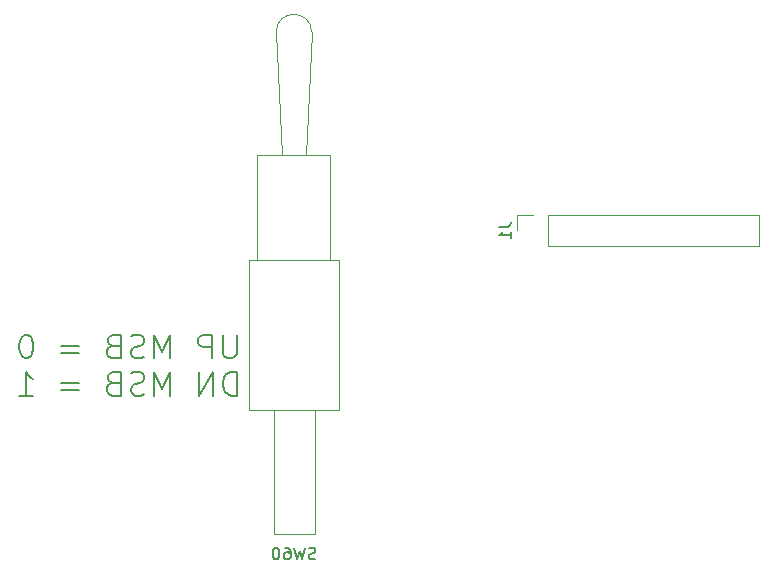
<source format=gbr>
%TF.GenerationSoftware,KiCad,Pcbnew,(5.1.10-1-10_14)*%
%TF.CreationDate,2022-01-29T17:57:15+11:00*%
%TF.ProjectId,ASCII keyboard,41534349-4920-46b6-9579-626f6172642e,rev?*%
%TF.SameCoordinates,Original*%
%TF.FileFunction,Legend,Bot*%
%TF.FilePolarity,Positive*%
%FSLAX46Y46*%
G04 Gerber Fmt 4.6, Leading zero omitted, Abs format (unit mm)*
G04 Created by KiCad (PCBNEW (5.1.10-1-10_14)) date 2022-01-29 17:57:15*
%MOMM*%
%LPD*%
G01*
G04 APERTURE LIST*
%ADD10C,0.150000*%
%ADD11C,0.120000*%
G04 APERTURE END LIST*
D10*
X304142857Y-41329761D02*
X304142857Y-42948809D01*
X304047619Y-43139285D01*
X303952380Y-43234523D01*
X303761904Y-43329761D01*
X303380952Y-43329761D01*
X303190476Y-43234523D01*
X303095238Y-43139285D01*
X303000000Y-42948809D01*
X303000000Y-41329761D01*
X302047619Y-43329761D02*
X302047619Y-41329761D01*
X301285714Y-41329761D01*
X301095238Y-41425000D01*
X301000000Y-41520238D01*
X300904761Y-41710714D01*
X300904761Y-41996428D01*
X301000000Y-42186904D01*
X301095238Y-42282142D01*
X301285714Y-42377380D01*
X302047619Y-42377380D01*
X298523809Y-43329761D02*
X298523809Y-41329761D01*
X297857142Y-42758333D01*
X297190476Y-41329761D01*
X297190476Y-43329761D01*
X296333333Y-43234523D02*
X296047619Y-43329761D01*
X295571428Y-43329761D01*
X295380952Y-43234523D01*
X295285714Y-43139285D01*
X295190476Y-42948809D01*
X295190476Y-42758333D01*
X295285714Y-42567857D01*
X295380952Y-42472619D01*
X295571428Y-42377380D01*
X295952380Y-42282142D01*
X296142857Y-42186904D01*
X296238095Y-42091666D01*
X296333333Y-41901190D01*
X296333333Y-41710714D01*
X296238095Y-41520238D01*
X296142857Y-41425000D01*
X295952380Y-41329761D01*
X295476190Y-41329761D01*
X295190476Y-41425000D01*
X293666666Y-42282142D02*
X293380952Y-42377380D01*
X293285714Y-42472619D01*
X293190476Y-42663095D01*
X293190476Y-42948809D01*
X293285714Y-43139285D01*
X293380952Y-43234523D01*
X293571428Y-43329761D01*
X294333333Y-43329761D01*
X294333333Y-41329761D01*
X293666666Y-41329761D01*
X293476190Y-41425000D01*
X293380952Y-41520238D01*
X293285714Y-41710714D01*
X293285714Y-41901190D01*
X293380952Y-42091666D01*
X293476190Y-42186904D01*
X293666666Y-42282142D01*
X294333333Y-42282142D01*
X290809523Y-42282142D02*
X289285714Y-42282142D01*
X289285714Y-42853571D02*
X290809523Y-42853571D01*
X286428571Y-41329761D02*
X286238095Y-41329761D01*
X286047619Y-41425000D01*
X285952380Y-41520238D01*
X285857142Y-41710714D01*
X285761904Y-42091666D01*
X285761904Y-42567857D01*
X285857142Y-42948809D01*
X285952380Y-43139285D01*
X286047619Y-43234523D01*
X286238095Y-43329761D01*
X286428571Y-43329761D01*
X286619047Y-43234523D01*
X286714285Y-43139285D01*
X286809523Y-42948809D01*
X286904761Y-42567857D01*
X286904761Y-42091666D01*
X286809523Y-41710714D01*
X286714285Y-41520238D01*
X286619047Y-41425000D01*
X286428571Y-41329761D01*
X304142857Y-46479761D02*
X304142857Y-44479761D01*
X303666666Y-44479761D01*
X303380952Y-44575000D01*
X303190476Y-44765476D01*
X303095238Y-44955952D01*
X303000000Y-45336904D01*
X303000000Y-45622619D01*
X303095238Y-46003571D01*
X303190476Y-46194047D01*
X303380952Y-46384523D01*
X303666666Y-46479761D01*
X304142857Y-46479761D01*
X302142857Y-46479761D02*
X302142857Y-44479761D01*
X301000000Y-46479761D01*
X301000000Y-44479761D01*
X298523809Y-46479761D02*
X298523809Y-44479761D01*
X297857142Y-45908333D01*
X297190476Y-44479761D01*
X297190476Y-46479761D01*
X296333333Y-46384523D02*
X296047619Y-46479761D01*
X295571428Y-46479761D01*
X295380952Y-46384523D01*
X295285714Y-46289285D01*
X295190476Y-46098809D01*
X295190476Y-45908333D01*
X295285714Y-45717857D01*
X295380952Y-45622619D01*
X295571428Y-45527380D01*
X295952380Y-45432142D01*
X296142857Y-45336904D01*
X296238095Y-45241666D01*
X296333333Y-45051190D01*
X296333333Y-44860714D01*
X296238095Y-44670238D01*
X296142857Y-44575000D01*
X295952380Y-44479761D01*
X295476190Y-44479761D01*
X295190476Y-44575000D01*
X293666666Y-45432142D02*
X293380952Y-45527380D01*
X293285714Y-45622619D01*
X293190476Y-45813095D01*
X293190476Y-46098809D01*
X293285714Y-46289285D01*
X293380952Y-46384523D01*
X293571428Y-46479761D01*
X294333333Y-46479761D01*
X294333333Y-44479761D01*
X293666666Y-44479761D01*
X293476190Y-44575000D01*
X293380952Y-44670238D01*
X293285714Y-44860714D01*
X293285714Y-45051190D01*
X293380952Y-45241666D01*
X293476190Y-45336904D01*
X293666666Y-45432142D01*
X294333333Y-45432142D01*
X290809523Y-45432142D02*
X289285714Y-45432142D01*
X289285714Y-46003571D02*
X290809523Y-46003571D01*
X285761904Y-46479761D02*
X286904761Y-46479761D01*
X286333333Y-46479761D02*
X286333333Y-44479761D01*
X286523809Y-44765476D01*
X286714285Y-44955952D01*
X286904761Y-45051190D01*
D11*
%TO.C,SW60*%
X307500000Y-15700000D02*
X308000000Y-26100000D01*
X310500000Y-15700000D02*
X310000000Y-26100000D01*
X307300000Y-58200000D02*
X307300000Y-47700000D01*
X310800000Y-58200000D02*
X307300000Y-58200000D01*
X310800000Y-47800000D02*
X310800000Y-58200000D01*
X305900000Y-26100000D02*
X305900000Y-35000000D01*
X312100000Y-26100000D02*
X305900000Y-26100000D01*
X312100000Y-35000000D02*
X312100000Y-26100000D01*
X305190000Y-47730000D02*
X305190000Y-35030000D01*
X312810000Y-47730000D02*
X305190000Y-47730000D01*
X312810000Y-35030000D02*
X312810000Y-47730000D01*
X305190000Y-35030000D02*
X312810000Y-35030000D01*
X310500000Y-15700000D02*
G75*
G03*
X307500000Y-15700000I-1500000J0D01*
G01*
%TO.C,J1*%
X348370000Y-31170000D02*
X348370000Y-33830000D01*
X330530000Y-31170000D02*
X348370000Y-31170000D01*
X330530000Y-33830000D02*
X348370000Y-33830000D01*
X330530000Y-31170000D02*
X330530000Y-33830000D01*
X329260000Y-31170000D02*
X327930000Y-31170000D01*
X327930000Y-31170000D02*
X327930000Y-32500000D01*
%TO.C,SW60*%
D10*
X310809523Y-60304761D02*
X310666666Y-60352380D01*
X310428571Y-60352380D01*
X310333333Y-60304761D01*
X310285714Y-60257142D01*
X310238095Y-60161904D01*
X310238095Y-60066666D01*
X310285714Y-59971428D01*
X310333333Y-59923809D01*
X310428571Y-59876190D01*
X310619047Y-59828571D01*
X310714285Y-59780952D01*
X310761904Y-59733333D01*
X310809523Y-59638095D01*
X310809523Y-59542857D01*
X310761904Y-59447619D01*
X310714285Y-59400000D01*
X310619047Y-59352380D01*
X310380952Y-59352380D01*
X310238095Y-59400000D01*
X309904761Y-59352380D02*
X309666666Y-60352380D01*
X309476190Y-59638095D01*
X309285714Y-60352380D01*
X309047619Y-59352380D01*
X308238095Y-59352380D02*
X308428571Y-59352380D01*
X308523809Y-59400000D01*
X308571428Y-59447619D01*
X308666666Y-59590476D01*
X308714285Y-59780952D01*
X308714285Y-60161904D01*
X308666666Y-60257142D01*
X308619047Y-60304761D01*
X308523809Y-60352380D01*
X308333333Y-60352380D01*
X308238095Y-60304761D01*
X308190476Y-60257142D01*
X308142857Y-60161904D01*
X308142857Y-59923809D01*
X308190476Y-59828571D01*
X308238095Y-59780952D01*
X308333333Y-59733333D01*
X308523809Y-59733333D01*
X308619047Y-59780952D01*
X308666666Y-59828571D01*
X308714285Y-59923809D01*
X307523809Y-59352380D02*
X307428571Y-59352380D01*
X307333333Y-59400000D01*
X307285714Y-59447619D01*
X307238095Y-59542857D01*
X307190476Y-59733333D01*
X307190476Y-59971428D01*
X307238095Y-60161904D01*
X307285714Y-60257142D01*
X307333333Y-60304761D01*
X307428571Y-60352380D01*
X307523809Y-60352380D01*
X307619047Y-60304761D01*
X307666666Y-60257142D01*
X307714285Y-60161904D01*
X307761904Y-59971428D01*
X307761904Y-59733333D01*
X307714285Y-59542857D01*
X307666666Y-59447619D01*
X307619047Y-59400000D01*
X307523809Y-59352380D01*
%TO.C,J1*%
X326382380Y-32166666D02*
X327096666Y-32166666D01*
X327239523Y-32119047D01*
X327334761Y-32023809D01*
X327382380Y-31880952D01*
X327382380Y-31785714D01*
X327382380Y-33166666D02*
X327382380Y-32595238D01*
X327382380Y-32880952D02*
X326382380Y-32880952D01*
X326525238Y-32785714D01*
X326620476Y-32690476D01*
X326668095Y-32595238D01*
%TD*%
M02*

</source>
